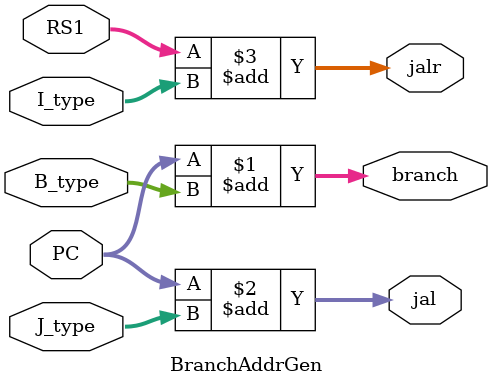
<source format=sv>
`timescale 1ns / 1ps


module BranchAddrGen( 
    input logic [31:0]RS1,
    input logic [31:0]B_type,
    input logic [31:0]PC,
    input logic [31:0]J_type,
    input logic [31:0]I_type,
    
    output logic [31:0]jal,
    output logic [31:0]branch,
    output logic [31:0]jalr
    );
    
    assign branch = PC + B_type;
    assign jal = PC + J_type;
    assign jalr = RS1 + I_type;
endmodule

</source>
